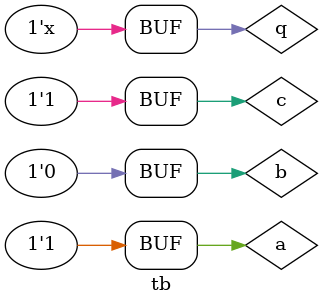
<source format=v>

module tb;
  reg a,b,c,q;
  initial begin
    $monitor("[%0t] a=%0b a=%0b c=%0b q=%0b", $time, a, b, c, q);
    a<=0;
    b<=0;
    c<=0;
    q<=0;
    #5 a<=1;
       c<=1;
    #5 q<=a&b|c;
   #20;
  end
endmodule

</source>
